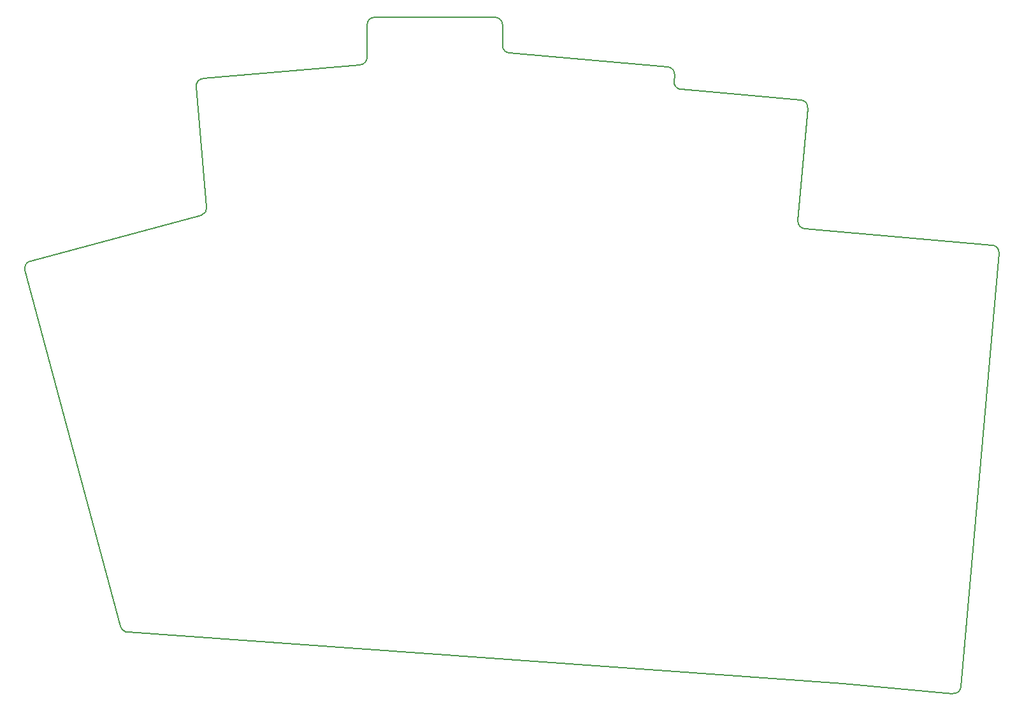
<source format=gbr>
%TF.GenerationSoftware,KiCad,Pcbnew,(5.1.9)-1*%
%TF.CreationDate,2021-07-01T17:14:58+02:00*%
%TF.ProjectId,dosidicus_gigas_alu,646f7369-6469-4637-9573-5f6769676173,VERSION_HERE*%
%TF.SameCoordinates,Original*%
%TF.FileFunction,Profile,NP*%
%FSLAX46Y46*%
G04 Gerber Fmt 4.6, Leading zero omitted, Abs format (unit mm)*
G04 Created by KiCad (PCBNEW (5.1.9)-1) date 2021-07-01 17:14:58*
%MOMM*%
%LPD*%
G01*
G04 APERTURE LIST*
%TA.AperFunction,Profile*%
%ADD10C,0.150000*%
%TD*%
G04 APERTURE END LIST*
D10*
X-5834247Y37177289D02*
X6847887Y-10153076D01*
X7566314Y-10863144D02*
G75*
G02*
X6847887Y-10153076I247498J968887D01*
G01*
X7838045Y-10893963D02*
G75*
G02*
X7645471Y-10879986I-24233J999706D01*
G01*
X-5127140Y38402034D02*
X17587531Y44488412D01*
X-5834247Y37177289D02*
G75*
G02*
X-5127140Y38402034I965926J258819D01*
G01*
X16922378Y61572470D02*
X18324907Y45541493D01*
X17831417Y62655821D02*
X38711519Y64482593D01*
X16922377Y61572471D02*
G75*
G02*
X17831417Y62655821I996195J87155D01*
G01*
X57624363Y67040234D02*
X57624363Y69793388D01*
X56624363Y70793388D02*
G75*
G02*
X57624363Y69793388I0J-1000000D01*
G01*
X56624363Y70793388D02*
X40624363Y70793388D01*
X39624363Y69793388D02*
G75*
G02*
X40624363Y70793388I1000000J0D01*
G01*
X39624363Y69793388D02*
X39624363Y65478787D01*
X80416097Y62289548D02*
X80488727Y63119710D01*
X79579688Y64203061D02*
G75*
G02*
X80488727Y63119710I-87156J-996195D01*
G01*
X58537207Y66044039D02*
X79579688Y64203060D01*
X118549554Y-18160137D02*
X123588899Y39439840D01*
X117466203Y-19069176D02*
X102843915Y-17789892D01*
X97774992Y42702084D02*
X122679860Y40523191D01*
X96865953Y43785435D02*
X98173290Y58728355D01*
X97264251Y59811706D02*
G75*
G02*
X98173290Y58728355I-87156J-996195D01*
G01*
X81325136Y61206197D02*
X97264251Y59811705D01*
X7645471Y-10879986D02*
X7558610Y-10873681D01*
X102829152Y-17788710D02*
X7838045Y-10893963D01*
X7558610Y-10873681D02*
X7566314Y-10863145D01*
X102829152Y-17788711D02*
G75*
G02*
X102843915Y-17789892I-72392J-997376D01*
G01*
X118549553Y-18160138D02*
G75*
G02*
X117466203Y-19069176I-996194J87156D01*
G01*
X122679860Y40523191D02*
G75*
G02*
X123588899Y39439840I-87156J-996195D01*
G01*
X97774992Y42702084D02*
G75*
G02*
X96865953Y43785435I87156J996195D01*
G01*
X81325135Y61206198D02*
G75*
G02*
X80416097Y62289548I87156J996194D01*
G01*
X58537207Y66044039D02*
G75*
G02*
X57624363Y67040234I87156J996195D01*
G01*
X39624362Y65478787D02*
G75*
G02*
X38711519Y64482593I-999999J0D01*
G01*
X18324907Y45541494D02*
G75*
G02*
X17587531Y44488412I-996195J-87156D01*
G01*
M02*

</source>
